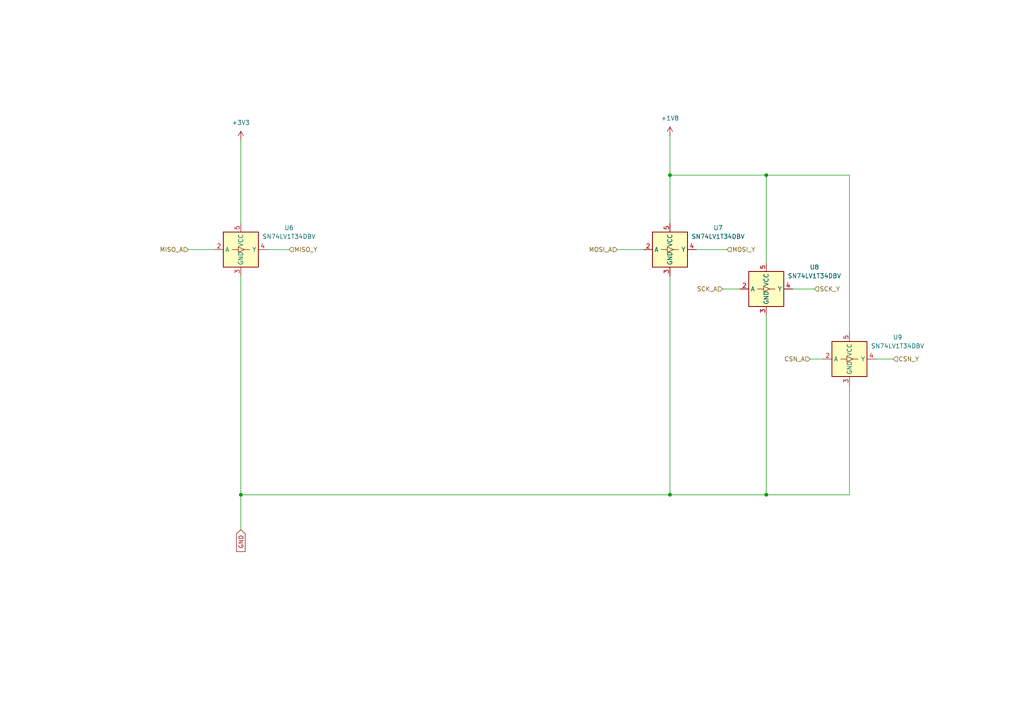
<source format=kicad_sch>
(kicad_sch (version 20231120) (generator "eeschema") (generator_version "8.0")
  (paper "A4")
  (lib_symbols
    (symbol "Logic_LevelTranslator:SN74LV1T34DBV"
      (property "Reference" "U" (at 5.08 6.35 0))
      (property "Value" "SN74LV1T34DBV" (at 5.08 3.81 0))
      (symbol "SN74LV1T34DBV_0_1"
        (rectangle (start -5.08 5.08) (end 5.08 -5.08) (stroke (width 0.254)) (fill (type background)))
        (polyline (pts (xy -0.762 0) (xy -2.54 0)))
        (polyline (pts (xy 1.016 0) (xy 2.54 0)))
      )
      (symbol "SN74LV1T34DBV_1_1"
        (polyline (pts (xy -0.762 -0.762) (xy -0.762 0.762) (xy 1.016 0) (xy -0.762 -0.762)))
        (pin no_connect line (at -5.08 2.54 0) (length 2.54) hide (name "NC") (number "1"))
        (pin input line (at -7.62 0 0) (length 2.54) (name "A") (number "2"))
        (pin power_in line (at 0 -7.62 90) (length 2.54) (name "GND") (number "3"))
        (pin output line (at 7.62 0 180) (length 2.54) (name "Y") (number "4"))
        (pin power_in line (at 0 7.62 270) (length 2.54) (name "VCC") (number "5"))
      )
    )
    (symbol "power:+1V8" (power) (pin_numbers hide) (pin_names (offset 0) hide)
      (property "Value" "+1V8" (at 0 3.556 0))
      (symbol "+1V8_0_1"
        (polyline (pts (xy -0.762 1.27) (xy 0 2.54)))
        (polyline (pts (xy 0 0) (xy 0 2.54)))
        (polyline (pts (xy 0 2.54) (xy 0.762 1.27)))
      )
      (symbol "+1V8_1_1"
        (pin power_in line (at 0 0 90) (length 0) (name "~") (number "1"))
      )
    )
    (symbol "power:+3V3" (power) (pin_numbers hide) (pin_names (offset 0) hide)
      (property "Value" "+3V3" (at 0 3.556 0))
      (symbol "+3V3_0_1"
        (polyline (pts (xy -0.762 1.27) (xy 0 2.54)))
        (polyline (pts (xy 0 0) (xy 0 2.54)))
        (polyline (pts (xy 0 2.54) (xy 0.762 1.27)))
      )
      (symbol "+3V3_1_1"
        (pin power_in line (at 0 0 90) (length 0) (name "~") (number "1"))
      )
    )
  )
  (junction (at 222.25 50.8))
  (junction (at 222.25 143.51))
  (junction (at 69.85 143.51))
  (junction (at 194.31 143.51))
  (junction (at 194.31 50.8))
  (wire (pts (xy 194.31 50.8) (xy 194.31 64.77)))
  (wire (pts (xy 69.85 143.51) (xy 69.85 153.67)))
  (wire (pts (xy 69.85 80.01) (xy 69.85 143.51)))
  (wire (pts (xy 234.95 104.14) (xy 238.76 104.14)))
  (wire (pts (xy 201.93 72.39) (xy 210.82 72.39)))
  (wire (pts (xy 194.31 80.01) (xy 194.31 143.51)))
  (wire (pts (xy 222.25 50.8) (xy 222.25 76.2)))
  (wire (pts (xy 246.38 50.8) (xy 246.38 96.52)))
  (wire (pts (xy 69.85 143.51) (xy 194.31 143.51)))
  (wire (pts (xy 194.31 143.51) (xy 222.25 143.51)))
  (wire (pts (xy 179.07 72.39) (xy 186.69 72.39)))
  (wire (pts (xy 246.38 50.8) (xy 222.25 50.8)))
  (wire (pts (xy 254 104.14) (xy 259.08 104.14)))
  (wire (pts (xy 222.25 91.44) (xy 222.25 143.51)))
  (wire (pts (xy 194.31 50.8) (xy 222.25 50.8)))
  (wire (pts (xy 194.31 39.37) (xy 194.31 50.8)))
  (wire (pts (xy 209.55 83.82) (xy 214.63 83.82)))
  (wire (pts (xy 246.38 111.76) (xy 246.38 143.51)))
  (wire (pts (xy 54.61 72.39) (xy 62.23 72.39)))
  (wire (pts (xy 77.47 72.39) (xy 83.82 72.39)))
  (wire (pts (xy 229.87 83.82) (xy 236.22 83.82)))
  (wire (pts (xy 246.38 143.51) (xy 222.25 143.51)))
  (wire (pts (xy 69.85 40.64) (xy 69.85 64.77)))
  (global_label "GND" (shape input) (at 69.85 153.67 270) (property "Intersheetrefs" "${INTERSHEET_REFS}" (effects (hide yes))))
  (hierarchical_label "CSN_A" (shape input) (at 234.95 104.14 180))
  (hierarchical_label "MISO_Y" (shape input) (at 83.82 72.39 0))
  (hierarchical_label "MOSI_Y" (shape input) (at 210.82 72.39 0))
  (hierarchical_label "MOSI_A" (shape input) (at 179.07 72.39 180))
  (hierarchical_label "SCK_Y" (shape input) (at 236.22 83.82 0))
  (hierarchical_label "SCK_A" (shape input) (at 209.55 83.82 180))
  (hierarchical_label "MISO_A" (shape input) (at 54.61 72.39 180))
  (hierarchical_label "CSN_Y" (shape input) (at 259.08 104.14 0))
  (symbol (lib_id "power:+1V8") (at 194.31 39.37 0) (unit 1)
    (property "Reference" "#PWR04" (effects (hide yes)))
    (property "Value" "+1V8" (at 194.31 34.29 0))
    (property "Description" "Power symbol creates a global label with name \"+1V8\"" (effects (hide yes)))
  )
  (symbol (lib_id "Logic_LevelTranslator:SN74LV1T34DBV") (at 69.85 72.39 0) (unit 1)
    (property "Reference" "U6" (at 83.82 66.0714 0))
    (property "Value" "SN74LV1T34DBV" (at 83.82 68.6114 0))
    (property "Footprint" "Package_TO_SOT_SMD:SOT-23-5" (effects (hide yes)))
    (property "Datasheet" "https://www.ti.com/lit/ds/symlink/sn74lv1t34.pdf" (effects (hide yes)))
    (property "Description" "Single Power Supply, Single Buffer GATE, CMOS Logic, Level Shifter, SOT-23-5" (effects (hide yes)))
  )
  (symbol (lib_id "Logic_LevelTranslator:SN74LV1T34DBV") (at 222.25 83.82 0) (unit 1)
    (property "Reference" "U8" (at 236.22 77.5014 0))
    (property "Value" "SN74LV1T34DBV" (at 236.22 80.0414 0))
    (property "Footprint" "Package_TO_SOT_SMD:SOT-23-5" (effects (hide yes)))
    (property "Datasheet" "https://www.ti.com/lit/ds/symlink/sn74lv1t34.pdf" (effects (hide yes)))
    (property "Description" "Single Power Supply, Single Buffer GATE, CMOS Logic, Level Shifter, SOT-23-5" (effects (hide yes)))
  )
  (symbol (lib_id "power:+3V3") (at 69.85 40.64 0) (unit 1)
    (property "Reference" "#PWR03" (effects (hide yes)))
    (property "Value" "+3V3" (at 69.85 35.56 0))
    (property "Description" "Power symbol creates a global label with name \"+3V3\"" (effects (hide yes)))
  )
  (symbol (lib_id "Logic_LevelTranslator:SN74LV1T34DBV") (at 194.31 72.39 0) (unit 1)
    (property "Reference" "U7" (at 208.28 66.0714 0))
    (property "Value" "SN74LV1T34DBV" (at 208.28 68.6114 0))
    (property "Footprint" "Package_TO_SOT_SMD:SOT-23-5" (effects (hide yes)))
    (property "Datasheet" "https://www.ti.com/lit/ds/symlink/sn74lv1t34.pdf" (effects (hide yes)))
    (property "Description" "Single Power Supply, Single Buffer GATE, CMOS Logic, Level Shifter, SOT-23-5" (effects (hide yes)))
  )
  (symbol (lib_id "Logic_LevelTranslator:SN74LV1T34DBV") (at 246.38 104.14 0) (unit 1)
    (property "Reference" "U9" (at 260.35 97.8214 0))
    (property "Value" "SN74LV1T34DBV" (at 260.35 100.3614 0))
    (property "Footprint" "Package_TO_SOT_SMD:SOT-23-5" (effects (hide yes)))
    (property "Datasheet" "https://www.ti.com/lit/ds/symlink/sn74lv1t34.pdf" (effects (hide yes)))
    (property "Description" "Single Power Supply, Single Buffer GATE, CMOS Logic, Level Shifter, SOT-23-5" (effects (hide yes)))
  )
)
</source>
